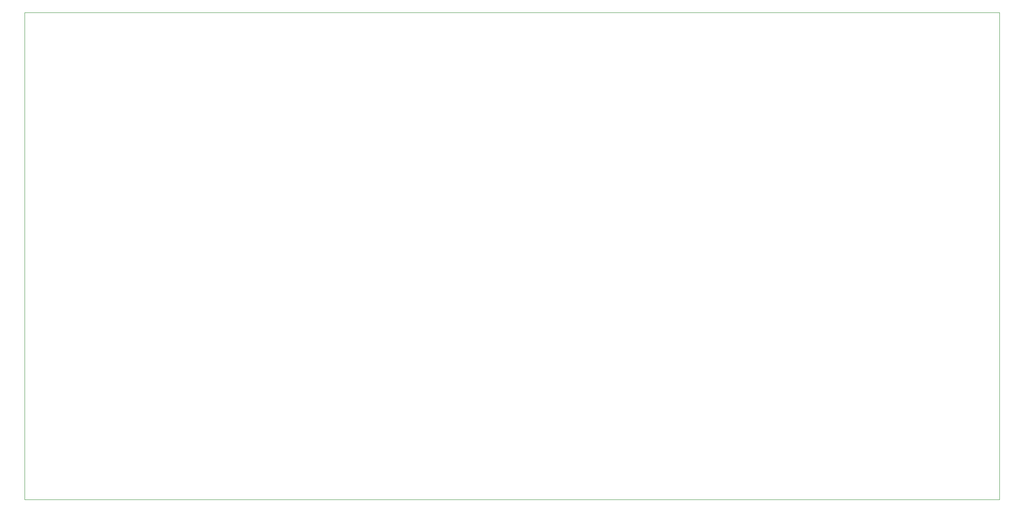
<source format=gbr>
%TF.GenerationSoftware,Novarm,DipTrace,4.3.0.5*%
%TF.CreationDate,2023-07-23T01:51:23+01:00*%
%FSLAX26Y26*%
%MOIN*%
%TF.FileFunction,Profile*%
%TF.Part,Single*%
%ADD10C,0.004724*%
G75*
G01*
%LPD*%
X393701Y4293701D2*
D10*
X8193701D1*
Y393701D1*
X393701D1*
Y4293701D1*
M02*

</source>
